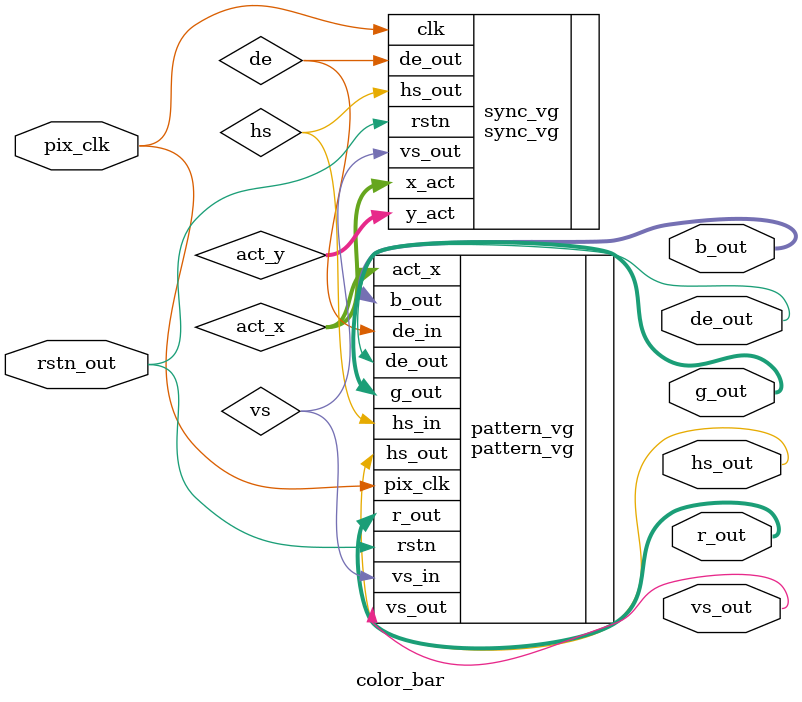
<source format=v>

`define UD #1
module color_bar(
  input            pix_clk       ,//pixclk 
input            rstn_out      ,
    output            vs_out        , 
    output            hs_out        , 
    output            de_out        ,
    output     [7:0]  r_out         , 
    output     [7:0]  g_out         , 
    output     [7:0]  b_out    
);
   
parameter   X_WIDTH = 4'd12;
parameter   Y_WIDTH = 4'd12;    

//MODE_1080p
    parameter V_TOTAL = 12'd1125;
    parameter V_FP = 12'd4;
    parameter V_BP = 12'd36;
    parameter V_SYNC = 12'd5;
    parameter V_ACT = 12'd1080;
    parameter H_TOTAL = 12'd2200;
    parameter H_FP = 12'd88;
    parameter H_BP = 12'd148;
    parameter H_SYNC = 12'd44;
    parameter H_ACT = 12'd1920;
    parameter HV_OFFSET = 12'd0;
        
    wire                        hs         ;
    wire                        vs         ;
    wire                        de         ;
    wire [X_WIDTH - 1'b1:0]     act_x      ;
    wire [Y_WIDTH - 1'b1:0]     act_y      ;  
    sync_vg #(
        .X_BITS               (  X_WIDTH              ), 
        .Y_BITS               (  Y_WIDTH              ),
        .V_TOTAL              (  V_TOTAL              ),//                        
        .V_FP                 (  V_FP                 ),//                        
        .V_BP                 (  V_BP                 ),//                        
        .V_SYNC               (  V_SYNC               ),//                        
        .V_ACT                (  V_ACT                ),//                        
        .H_TOTAL              (  H_TOTAL              ),//                        
        .H_FP                 (  H_FP                 ),//                        
        .H_BP                 (  H_BP                 ),//                        
        .H_SYNC               (  H_SYNC               ),//                        
        .H_ACT                (  H_ACT                ) //                        
 
    ) sync_vg                                         
    (                                                 
        .clk                  (  pix_clk               ),//input                   clk,                                 
        .rstn                 (  rstn_out                 ),//input                   rstn,                            
        .vs_out               (  vs                   ),//output reg              vs_out,                                                                                                                                      
        .hs_out               (  hs                   ),//output reg              hs_out,            
        .de_out               (  de                   ),//output reg              de_out,             
        .x_act                (  act_x                ),//output reg [X_BITS-1:0] x_out,             
        .y_act                (  act_y                ) //output reg [Y_BITS:0]   y_out,             
    );
    
    pattern_vg #(
        .COCLOR_DEPP          (  8                    ), // Bits per channel
        .X_BITS               (  X_WIDTH              ),
        .Y_BITS               (  Y_WIDTH              ),
        .H_ACT                (  H_ACT                ),
        .V_ACT                (  V_ACT                )
    ) // Number of fractional bits for ramp pattern
    pattern_vg (
        .rstn                 (  rstn_out                 ),//input                         rstn,                                                     
        .pix_clk              (  pix_clk               ),//input                         clk_in,  
        .act_x                (  act_x                ),//input      [X_BITS-1:0]       x,   
        // input video timing
        .vs_in                (  vs                   ),//input                         vn_in                        
        .hs_in                (  hs                   ),//input                         hn_in,                           
        .de_in                (  de                   ),//input                         dn_in,
        // test pattern image output                                                    
        .vs_out               (  vs_out               ),//output reg                    vn_out,                       
        .hs_out               (  hs_out               ),//output reg                    hn_out,                       
        .de_out               (  de_out               ),//output reg                    den_out,                      
        .r_out                (  r_out                ),//output reg [COCLOR_DEPP-1:0]  r_out,                      
        .g_out                (  g_out                ),//output reg [COCLOR_DEPP-1:0]  g_out,                       
        .b_out                (  b_out                ) //output reg [COCLOR_DEPP-1:0]  b_out   
    );
endmodule
</source>
